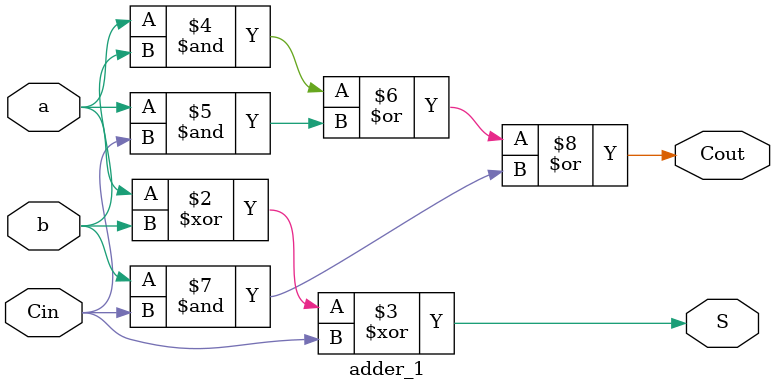
<source format=sv>
`timescale 1ns/1ps
`default_nettype none

module adder_1(a, b, Cin, S, Cout);
input wire a, b, Cin;
output logic S, Cout;

always_comb begin
    S = a ^ b ^ Cin;
    Cout = (a & b) | (a & Cin) | (b & Cin);
end

endmodule
</source>
